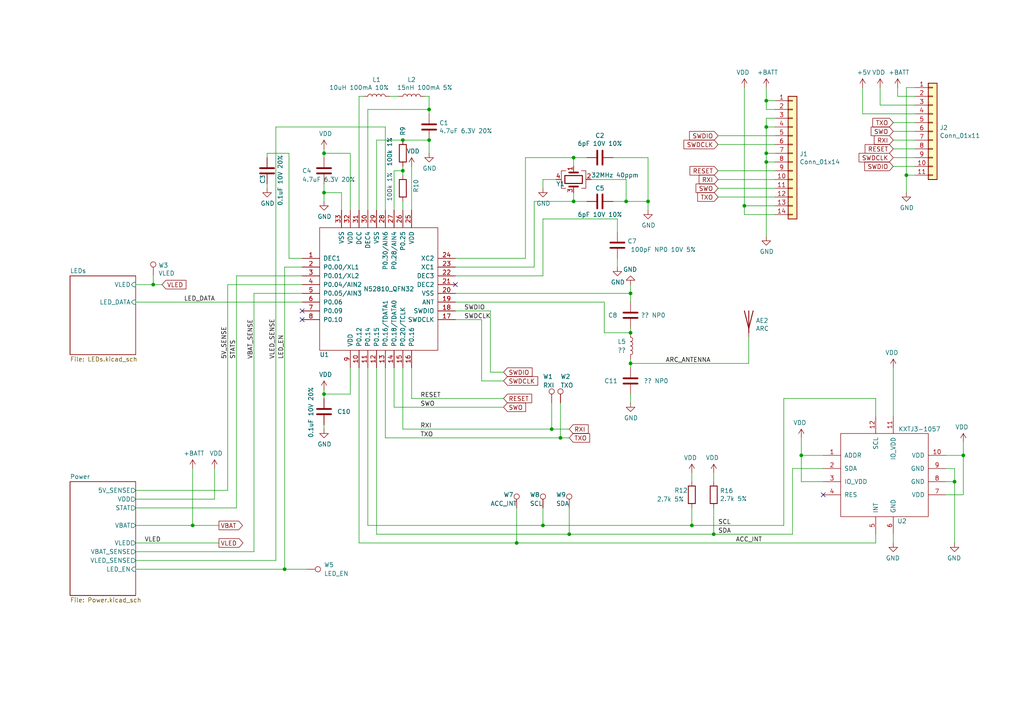
<source format=kicad_sch>
(kicad_sch (version 20211123) (generator eeschema)
  (paper "A4")
  (title_block (title "Pixels D20 Schematic, Main") (date "2021-06-23") (rev "2") (company "Systemic Games, LLC"))
  (lib_symbols
    (symbol "Connector_Generic:Conn_01x11" (pin_names (offset 1.016) hide)
      (property "Reference" "J" (at 0 15.24 0))
      (property "Value" "Conn_01x11" (at 0 -15.24 0))
      (symbol "Conn_01x11_1_1"
        (rectangle (start -1.27 -12.573) (end 0 -12.827) (stroke (width 0.1524)))
        (rectangle (start -1.27 -10.033) (end 0 -10.287) (stroke (width 0.1524)))
        (rectangle (start -1.27 -7.493) (end 0 -7.747) (stroke (width 0.1524)))
        (rectangle (start -1.27 -4.953) (end 0 -5.207) (stroke (width 0.1524)))
        (rectangle (start -1.27 -2.413) (end 0 -2.667) (stroke (width 0.1524)))
        (rectangle (start -1.27 0.127) (end 0 -0.127) (stroke (width 0.1524)))
        (rectangle (start -1.27 2.667) (end 0 2.413) (stroke (width 0.1524)))
        (rectangle (start -1.27 5.207) (end 0 4.953) (stroke (width 0.1524)))
        (rectangle (start -1.27 7.747) (end 0 7.493) (stroke (width 0.1524)))
        (rectangle (start -1.27 10.287) (end 0 10.033) (stroke (width 0.1524)))
        (rectangle (start -1.27 12.827) (end 0 12.573) (stroke (width 0.1524)))
        (rectangle (start -1.27 13.97) (end 1.27 -13.97) (stroke (width 0.254)) (fill (type background)))
        (pin passive line (at -5.08 12.7 0) (length 3.81) (name "Pin_1") (number "1"))
        (pin passive line (at -5.08 -10.16 0) (length 3.81) (name "Pin_10") (number "10"))
        (pin passive line (at -5.08 -12.7 0) (length 3.81) (name "Pin_11") (number "11"))
        (pin passive line (at -5.08 10.16 0) (length 3.81) (name "Pin_2") (number "2"))
        (pin passive line (at -5.08 7.62 0) (length 3.81) (name "Pin_3") (number "3"))
        (pin passive line (at -5.08 5.08 0) (length 3.81) (name "Pin_4") (number "4"))
        (pin passive line (at -5.08 2.54 0) (length 3.81) (name "Pin_5") (number "5"))
        (pin passive line (at -5.08 0 0) (length 3.81) (name "Pin_6") (number "6"))
        (pin passive line (at -5.08 -2.54 0) (length 3.81) (name "Pin_7") (number "7"))
        (pin passive line (at -5.08 -5.08 0) (length 3.81) (name "Pin_8") (number "8"))
        (pin passive line (at -5.08 -7.62 0) (length 3.81) (name "Pin_9") (number "9"))
      )
    )
    (symbol "Connector_Generic:Conn_01x14" (pin_names (offset 1.016) hide)
      (property "Reference" "J" (at 0 17.78 0))
      (property "Value" "Conn_01x14" (at 0 -20.32 0))
      (symbol "Conn_01x14_1_1"
        (rectangle (start -1.27 -17.653) (end 0 -17.907) (stroke (width 0.1524)))
        (rectangle (start -1.27 -15.113) (end 0 -15.367) (stroke (width 0.1524)))
        (rectangle (start -1.27 -12.573) (end 0 -12.827) (stroke (width 0.1524)))
        (rectangle (start -1.27 -10.033) (end 0 -10.287) (stroke (width 0.1524)))
        (rectangle (start -1.27 -7.493) (end 0 -7.747) (stroke (width 0.1524)))
        (rectangle (start -1.27 -4.953) (end 0 -5.207) (stroke (width 0.1524)))
        (rectangle (start -1.27 -2.413) (end 0 -2.667) (stroke (width 0.1524)))
        (rectangle (start -1.27 0.127) (end 0 -0.127) (stroke (width 0.1524)))
        (rectangle (start -1.27 2.667) (end 0 2.413) (stroke (width 0.1524)))
        (rectangle (start -1.27 5.207) (end 0 4.953) (stroke (width 0.1524)))
        (rectangle (start -1.27 7.747) (end 0 7.493) (stroke (width 0.1524)))
        (rectangle (start -1.27 10.287) (end 0 10.033) (stroke (width 0.1524)))
        (rectangle (start -1.27 12.827) (end 0 12.573) (stroke (width 0.1524)))
        (rectangle (start -1.27 15.367) (end 0 15.113) (stroke (width 0.1524)))
        (rectangle (start -1.27 16.51) (end 1.27 -19.05) (stroke (width 0.254)) (fill (type background)))
        (pin passive line (at -5.08 15.24 0) (length 3.81) (name "Pin_1") (number "1"))
        (pin passive line (at -5.08 -7.62 0) (length 3.81) (name "Pin_10") (number "10"))
        (pin passive line (at -5.08 -10.16 0) (length 3.81) (name "Pin_11") (number "11"))
        (pin passive line (at -5.08 -12.7 0) (length 3.81) (name "Pin_12") (number "12"))
        (pin passive line (at -5.08 -15.24 0) (length 3.81) (name "Pin_13") (number "13"))
        (pin passive line (at -5.08 -17.78 0) (length 3.81) (name "Pin_14") (number "14"))
        (pin passive line (at -5.08 12.7 0) (length 3.81) (name "Pin_2") (number "2"))
        (pin passive line (at -5.08 10.16 0) (length 3.81) (name "Pin_3") (number "3"))
        (pin passive line (at -5.08 7.62 0) (length 3.81) (name "Pin_4") (number "4"))
        (pin passive line (at -5.08 5.08 0) (length 3.81) (name "Pin_5") (number "5"))
        (pin passive line (at -5.08 2.54 0) (length 3.81) (name "Pin_6") (number "6"))
        (pin passive line (at -5.08 0 0) (length 3.81) (name "Pin_7") (number "7"))
        (pin passive line (at -5.08 -2.54 0) (length 3.81) (name "Pin_8") (number "8"))
        (pin passive line (at -5.08 -5.08 0) (length 3.81) (name "Pin_9") (number "9"))
      )
    )
    (symbol "Device:Antenna" (pin_numbers hide) (pin_names (offset 1.016) hide)
      (property "Reference" "AE" (at -1.905 1.905 0))
      (property "Value" "Antenna" (at -1.905 0 0))
      (symbol "Antenna_0_1"
        (polyline (pts (xy 0 2.54) (xy 0 -3.81)) (stroke (width 0.254)))
        (polyline (pts (xy 1.27 2.54) (xy 0 -2.54) (xy -1.27 2.54)) (stroke (width 0.254)))
      )
      (symbol "Antenna_1_1"
        (pin input line (at 0 -5.08 90) (length 2.54) (name "A") (number "1"))
      )
    )
    (symbol "Device:C" (pin_numbers hide) (pin_names (offset 0.254))
      (property "Reference" "C" (at 0.635 2.54 0))
      (property "Value" "C" (at 0.635 -2.54 0))
      (symbol "C_0_1"
        (polyline (pts (xy -2.032 -0.762) (xy 2.032 -0.762)) (stroke (width 0.508)))
        (polyline (pts (xy -2.032 0.762) (xy 2.032 0.762)) (stroke (width 0.508)))
      )
      (symbol "C_1_1"
        (pin passive line (at 0 3.81 270) (length 2.794) (name "~") (number "1"))
        (pin passive line (at 0 -3.81 90) (length 2.794) (name "~") (number "2"))
      )
    )
    (symbol "Device:Crystal_GND24" (pin_names (offset 1.016) hide)
      (property "Reference" "Y" (at 3.175 5.08 0))
      (property "Value" "Crystal_GND24" (at 3.175 3.175 0))
      (symbol "Crystal_GND24_0_1"
        (rectangle (start -1.143 2.54) (end 1.143 -2.54) (stroke (width 0.3048)))
        (polyline (pts (xy -2.54 0) (xy -2.032 0)))
        (polyline (pts (xy -2.032 -1.27) (xy -2.032 1.27)) (stroke (width 0.508)))
        (polyline (pts (xy 0 -3.81) (xy 0 -3.556)))
        (polyline (pts (xy 0 3.556) (xy 0 3.81)))
        (polyline (pts (xy 2.032 -1.27) (xy 2.032 1.27)) (stroke (width 0.508)))
        (polyline (pts (xy 2.032 0) (xy 2.54 0)))
        (polyline (pts (xy -2.54 -2.286) (xy -2.54 -3.556) (xy 2.54 -3.556) (xy 2.54 -2.286)))
        (polyline (pts (xy -2.54 2.286) (xy -2.54 3.556) (xy 2.54 3.556) (xy 2.54 2.286)))
      )
      (symbol "Crystal_GND24_1_1"
        (pin passive line (at -3.81 0 0) (length 1.27) (name "1") (number "1"))
        (pin passive line (at 0 5.08 270) (length 1.27) (name "2") (number "2"))
        (pin passive line (at 3.81 0 180) (length 1.27) (name "3") (number "3"))
        (pin passive line (at 0 -5.08 90) (length 1.27) (name "4") (number "4"))
      )
    )
    (symbol "Device:L" (pin_numbers hide) (pin_names (offset 1.016) hide)
      (property "Reference" "L" (at -1.27 0 90))
      (property "Value" "L" (at 1.905 0 90))
      (symbol "L_0_1"
        (arc (start 0 -2.54) (mid 0.635 -1.905) (end 0 -1.27))
        (arc (start 0 -1.27) (mid 0.635 -0.635) (end 0 0))
        (arc (start 0 0) (mid 0.635 0.635) (end 0 1.27))
        (arc (start 0 1.27) (mid 0.635 1.905) (end 0 2.54))
      )
      (symbol "L_1_1"
        (pin passive line (at 0 3.81 270) (length 1.27) (name "1") (number "1"))
        (pin passive line (at 0 -3.81 90) (length 1.27) (name "2") (number "2"))
      )
    )
    (symbol "Device:R" (pin_numbers hide) (pin_names (offset 0))
      (property "Reference" "R" (at 2.032 0 90))
      (property "Value" "R" (at 0 0 90))
      (symbol "R_0_1"
        (rectangle (start -1.016 -2.54) (end 1.016 2.54) (stroke (width 0.254)))
      )
      (symbol "R_1_1"
        (pin passive line (at 0 3.81 270) (length 1.27) (name "~") (number "1"))
        (pin passive line (at 0 -3.81 90) (length 1.27) (name "~") (number "2"))
      )
    )
    (symbol "Pixels-dice:KXTJ3-1057" (pin_names (offset 1.016))
      (property "Reference" "U" (at 10.16 -12.7 0))
      (property "Value" "KXTJ3-1057" (at 8.89 13.97 0))
      (symbol "KXTJ3-1057_0_1"
        (rectangle (start -12.7 12.7) (end 12.7 -11.43))
      )
      (symbol "KXTJ3-1057_1_1"
        (pin input line (at -17.78 6.35 0) (length 5.08) (name "ADDR") (number "1"))
        (pin power_in line (at 17.78 6.35 180) (length 5.08) (name "VDD") (number "10"))
        (pin power_in line (at 2.54 17.78 270) (length 5.08) (name "IO_VDD") (number "11"))
        (pin input line (at -2.54 17.78 270) (length 5.08) (name "SCL") (number "12"))
        (pin bidirectional line (at -17.78 2.54 0) (length 5.08) (name "SDA") (number "2"))
        (pin power_in line (at -17.78 -1.27 0) (length 5.08) (name "IO_VDD") (number "3"))
        (pin passive line (at -17.78 -5.08 0) (length 5.08) (name "RES") (number "4"))
        (pin output line (at -2.54 -16.51 90) (length 5.08) (name "INT") (number "5"))
        (pin power_in line (at 2.54 -16.51 90) (length 5.08) (name "GND") (number "6"))
        (pin power_in line (at 17.78 -5.08 180) (length 5.08) (name "VDD") (number "7"))
        (pin power_in line (at 17.78 -1.27 180) (length 5.08) (name "GND") (number "8"))
        (pin power_in line (at 17.78 2.54 180) (length 5.08) (name "GND") (number "9"))
      )
    )
    (symbol "Pixels-dice:N52810_QFN32" (pin_names (offset 1.016))
      (property "Reference" "U" (at 13.97 -19.05 0))
      (property "Value" "N52810_QFN32" (at 2.54 0 0))
      (symbol "N52810_QFN32_0_1"
        (rectangle (start -17.78 17.78) (end 16.51 -17.78))
      )
      (symbol "N52810_QFN32_1_1"
        (pin power_out line (at -22.86 8.89 0) (length 5.08) (name "DEC1") (number "1"))
        (pin bidirectional line (at -6.35 -22.86 90) (length 5.08) (name "P0.12") (number "10"))
        (pin bidirectional line (at -3.81 -22.86 90) (length 5.08) (name "P0.14") (number "11"))
        (pin bidirectional line (at -1.27 -22.86 90) (length 5.08) (name "P0.15") (number "12"))
        (pin bidirectional line (at 1.27 -22.86 90) (length 5.08) (name "P0.16/TDATA1") (number "13"))
        (pin bidirectional line (at 3.81 -22.86 90) (length 5.08) (name "P0.18/TDATA0") (number "14"))
        (pin bidirectional line (at 6.35 -22.86 90) (length 5.08) (name "P0.20/TCLK") (number "15"))
        (pin bidirectional line (at 8.89 -22.86 90) (length 5.08) (name "P0.16") (number "16"))
        (pin bidirectional line (at 21.59 -8.89 180) (length 5.08) (name "SWDCLK") (number "17"))
        (pin bidirectional line (at 21.59 -6.35 180) (length 5.08) (name "SWDIO") (number "18"))
        (pin output line (at 21.59 -3.81 180) (length 5.08) (name "ANT") (number "19"))
        (pin bidirectional line (at -22.86 6.35 0) (length 5.08) (name "P0.00/XL1") (number "2"))
        (pin output line (at 21.59 -1.27 180) (length 5.08) (name "VSS") (number "20"))
        (pin output line (at 21.59 1.27 180) (length 5.08) (name "DEC2") (number "21"))
        (pin output line (at 21.59 3.81 180) (length 5.08) (name "DEC3") (number "22"))
        (pin output line (at 21.59 6.35 180) (length 5.08) (name "XC1") (number "23"))
        (pin input line (at 21.59 8.89 180) (length 5.08) (name "XC2") (number "24"))
        (pin power_in line (at 8.89 22.86 270) (length 5.08) (name "VDD") (number "25"))
        (pin bidirectional line (at 6.35 22.86 270) (length 5.08) (name "P0.25") (number "26"))
        (pin bidirectional line (at 3.81 22.86 270) (length 5.08) (name "P0.28/AIN4") (number "27"))
        (pin bidirectional line (at 1.27 22.86 270) (length 5.08) (name "P0.30/AIN6") (number "28"))
        (pin power_in line (at -1.27 22.86 270) (length 5.08) (name "VSS") (number "29"))
        (pin bidirectional line (at -22.86 3.81 0) (length 5.08) (name "P0.01/XL2") (number "3"))
        (pin output line (at -3.81 22.86 270) (length 5.08) (name "DEC4") (number "30"))
        (pin output line (at -6.35 22.86 270) (length 5.08) (name "DCC") (number "31"))
        (pin power_in line (at -8.89 22.86 270) (length 5.08) (name "VDD") (number "32"))
        (pin power_in line (at -11.43 22.86 270) (length 5.08) (name "VSS") (number "33"))
        (pin bidirectional line (at -22.86 1.27 0) (length 5.08) (name "P0.04/AIN2") (number "4"))
        (pin bidirectional line (at -22.86 -1.27 0) (length 5.08) (name "P0.05/AIN3") (number "5"))
        (pin bidirectional line (at -22.86 -3.81 0) (length 5.08) (name "P0.06") (number "6"))
        (pin bidirectional line (at -22.86 -6.35 0) (length 5.08) (name "P0.09") (number "7"))
        (pin bidirectional line (at -22.86 -8.89 0) (length 5.08) (name "P0.10") (number "8"))
        (pin power_in line (at -8.89 -22.86 90) (length 5.08) (name "VDD") (number "9"))
      )
    )
    (symbol "Pixels-dice:TEST_1P-conn" (pin_numbers hide) (pin_names (offset 0.762) hide)
      (property "Reference" "W" (at 0 6.858 0))
      (property "Value" "TEST_1P-conn" (at 0 5.08 0))
      (symbol "TEST_1P-conn_0_1"
        (circle (center 0 3.302) (radius 0.762))
      )
      (symbol "TEST_1P-conn_1_1"
        (pin passive line (at 0 0 90) (length 2.54) (name "1") (number "1"))
      )
    )
    (symbol "power:+5V" (power) (pin_names (offset 0))
      (property "Value" "+5V" (at 0 3.556 0))
      (symbol "+5V_0_1"
        (polyline (pts (xy -0.762 1.27) (xy 0 2.54)))
        (polyline (pts (xy 0 0) (xy 0 2.54)))
        (polyline (pts (xy 0 2.54) (xy 0.762 1.27)))
      )
      (symbol "+5V_1_1"
        (pin power_in line (at 0 0 90) (length 0) hide (name "+5V") (number "1"))
      )
    )
    (symbol "power:+BATT" (power) (pin_names (offset 0))
      (property "Value" "+BATT" (at 0 3.556 0))
      (symbol "+BATT_0_1"
        (polyline (pts (xy -0.762 1.27) (xy 0 2.54)))
        (polyline (pts (xy 0 0) (xy 0 2.54)))
        (polyline (pts (xy 0 2.54) (xy 0.762 1.27)))
      )
      (symbol "+BATT_1_1"
        (pin power_in line (at 0 0 90) (length 0) hide (name "+BATT") (number "1"))
      )
    )
    (symbol "power:GND" (power) (pin_names (offset 0))
      (property "Value" "GND" (at 0 -3.81 0))
      (symbol "GND_0_1"
        (polyline (pts (xy 0 0) (xy 0 -1.27) (xy 1.27 -1.27) (xy 0 -2.54) (xy -1.27 -1.27) (xy 0 -1.27)))
      )
      (symbol "GND_1_1"
        (pin power_in line (at 0 0 270) (length 0) hide (name "GND") (number "1"))
      )
    )
    (symbol "power:VDD" (power) (pin_names (offset 0))
      (property "Value" "VDD" (at 0 3.81 0))
      (symbol "VDD_0_1"
        (polyline (pts (xy -0.762 1.27) (xy 0 2.54)))
        (polyline (pts (xy 0 0) (xy 0 2.54)))
        (polyline (pts (xy 0 2.54) (xy 0.762 1.27)))
      )
      (symbol "VDD_1_1"
        (pin power_in line (at 0 0 90) (length 0) hide (name "VDD") (number "1"))
      )
    )
  )
  (junction (at 279.4 132.08))
  (junction (at 182.88 96.52))
  (junction (at 181.61 58.42))
  (junction (at 276.86 139.7))
  (junction (at 93.98 55.88))
  (junction (at 93.98 44.45))
  (junction (at 124.46 40.64))
  (junction (at 116.84 49.53))
  (junction (at 262.89 50.8))
  (junction (at 166.37 58.42))
  (junction (at 149.86 157.48))
  (junction (at 165.1 154.94))
  (junction (at 207.01 154.94))
  (junction (at 222.25 36.83))
  (junction (at 93.98 114.3))
  (junction (at 44.45 82.55))
  (junction (at 124.46 31.75))
  (junction (at 182.88 85.09))
  (junction (at 182.88 105.41))
  (junction (at 55.88 152.4))
  (junction (at 82.55 165.1))
  (junction (at 222.25 44.45))
  (junction (at 116.84 40.64))
  (junction (at 222.25 29.21))
  (junction (at 187.96 58.42))
  (junction (at 222.25 46.99))
  (junction (at 162.56 127))
  (junction (at 232.41 132.08))
  (junction (at 215.9 59.69))
  (junction (at 157.48 152.4))
  (junction (at 160.02 124.46))
  (junction (at 200.66 152.4))
  (junction (at 166.37 45.72))
  (no_connect (at 87.63 92.71))
  (no_connect (at 132.08 82.55))
  (no_connect (at 87.63 90.17))
  (no_connect (at 238.76 143.51))
  (wire (pts (xy 99.06 55.88) (xy 93.98 55.88)))
  (wire (pts (xy 99.06 60.96) (xy 99.06 55.88)))
  (wire (pts (xy 222.25 34.29) (xy 222.25 36.83)))
  (wire (pts (xy 207.01 137.16) (xy 207.01 139.7)))
  (wire (pts (xy 149.86 147.32) (xy 149.86 157.48)))
  (wire (pts (xy 109.22 40.64) (xy 109.22 60.96)))
  (wire (pts (xy 181.61 52.07) (xy 181.61 58.42)))
  (wire (pts (xy 250.19 25.4) (xy 250.19 33.02)))
  (wire (pts (xy 68.58 80.01) (xy 68.58 147.32)))
  (wire (pts (xy 154.94 77.47) (xy 154.94 58.42)))
  (wire (pts (xy 93.98 44.45) (xy 93.98 45.72)))
  (wire (pts (xy 232.41 139.7) (xy 232.41 132.08)))
  (wire (pts (xy 279.4 143.51) (xy 274.32 143.51)))
  (wire (pts (xy 101.6 44.45) (xy 93.98 44.45)))
  (wire (pts (xy 177.8 58.42) (xy 181.61 58.42)))
  (wire (pts (xy 157.48 80.01) (xy 132.08 80.01)))
  (wire (pts (xy 139.7 110.49) (xy 146.05 110.49)))
  (wire (pts (xy 132.08 74.93) (xy 152.4 74.93)))
  (wire (pts (xy 238.76 135.89) (xy 229.87 135.89)))
  (wire (pts (xy 44.45 80.01) (xy 44.45 82.55)))
  (wire (pts (xy 207.01 147.32) (xy 207.01 154.94)))
  (wire (pts (xy 187.96 45.72) (xy 187.96 58.42)))
  (wire (pts (xy 224.79 46.99) (xy 222.25 46.99)))
  (wire (pts (xy 160.02 124.46) (xy 165.1 124.46)))
  (wire (pts (xy 166.37 45.72) (xy 170.18 45.72)))
  (wire (pts (xy 259.08 154.94) (xy 259.08 157.48)))
  (wire (pts (xy 39.37 147.32) (xy 68.58 147.32)))
  (wire (pts (xy 255.27 30.48) (xy 265.43 30.48)))
  (wire (pts (xy 132.08 87.63) (xy 175.26 87.63)))
  (wire (pts (xy 208.28 41.91) (xy 224.79 41.91)))
  (wire (pts (xy 39.37 157.48) (xy 63.5 157.48)))
  (wire (pts (xy 215.9 59.69) (xy 215.9 62.23)))
  (wire (pts (xy 116.84 124.46) (xy 116.84 106.68)))
  (wire (pts (xy 162.56 127) (xy 165.1 127)))
  (wire (pts (xy 260.35 25.4) (xy 260.35 27.94)))
  (wire (pts (xy 80.01 36.83) (xy 111.76 36.83)))
  (wire (pts (xy 111.76 36.83) (xy 111.76 60.96)))
  (wire (pts (xy 262.89 25.4) (xy 262.89 50.8)))
  (wire (pts (xy 124.46 40.64) (xy 124.46 44.45)))
  (wire (pts (xy 39.37 142.24) (xy 66.04 142.24)))
  (wire (pts (xy 93.98 114.3) (xy 93.98 115.57)))
  (wire (pts (xy 132.08 85.09) (xy 182.88 85.09)))
  (wire (pts (xy 259.08 40.64) (xy 265.43 40.64)))
  (wire (pts (xy 149.86 157.48) (xy 254 157.48)))
  (wire (pts (xy 66.04 82.55) (xy 66.04 142.24)))
  (wire (pts (xy 224.79 59.69) (xy 215.9 59.69)))
  (wire (pts (xy 274.32 139.7) (xy 276.86 139.7)))
  (wire (pts (xy 175.26 96.52) (xy 182.88 96.52)))
  (wire (pts (xy 152.4 74.93) (xy 152.4 45.72)))
  (wire (pts (xy 217.17 105.41) (xy 217.17 97.79)))
  (wire (pts (xy 106.68 106.68) (xy 106.68 152.4)))
  (wire (pts (xy 182.88 104.14) (xy 182.88 105.41)))
  (wire (pts (xy 132.08 90.17) (xy 142.24 90.17)))
  (wire (pts (xy 114.3 106.68) (xy 114.3 118.11)))
  (wire (pts (xy 101.6 60.96) (xy 101.6 44.45)))
  (wire (pts (xy 254 120.65) (xy 254 115.57)))
  (wire (pts (xy 44.45 82.55) (xy 46.99 82.55)))
  (wire (pts (xy 222.25 31.75) (xy 224.79 31.75)))
  (wire (pts (xy 93.98 114.3) (xy 93.98 113.03)))
  (wire (pts (xy 142.24 107.95) (xy 146.05 107.95)))
  (wire (pts (xy 222.25 29.21) (xy 222.25 31.75)))
  (wire (pts (xy 161.29 52.07) (xy 157.48 52.07)))
  (wire (pts (xy 160.02 116.84) (xy 160.02 124.46)))
  (wire (pts (xy 259.08 45.72) (xy 265.43 45.72)))
  (wire (pts (xy 222.25 44.45) (xy 222.25 46.99)))
  (wire (pts (xy 124.46 31.75) (xy 124.46 33.02)))
  (wire (pts (xy 62.23 144.78) (xy 62.23 135.89)))
  (wire (pts (xy 104.14 60.96) (xy 104.14 27.94)))
  (wire (pts (xy 114.3 60.96) (xy 114.3 49.53)))
  (wire (pts (xy 39.37 87.63) (xy 87.63 87.63)))
  (wire (pts (xy 123.19 27.94) (xy 124.46 27.94)))
  (wire (pts (xy 124.46 31.75) (xy 106.68 31.75)))
  (wire (pts (xy 165.1 154.94) (xy 207.01 154.94)))
  (wire (pts (xy 208.28 49.53) (xy 224.79 49.53)))
  (wire (pts (xy 232.41 132.08) (xy 238.76 132.08)))
  (wire (pts (xy 177.8 45.72) (xy 187.96 45.72)))
  (wire (pts (xy 222.25 36.83) (xy 222.25 44.45)))
  (wire (pts (xy 39.37 82.55) (xy 44.45 82.55)))
  (wire (pts (xy 274.32 135.89) (xy 276.86 135.89)))
  (wire (pts (xy 279.4 132.08) (xy 279.4 143.51)))
  (wire (pts (xy 114.3 49.53) (xy 116.84 49.53)))
  (wire (pts (xy 154.94 58.42) (xy 166.37 58.42)))
  (wire (pts (xy 232.41 132.08) (xy 232.41 127)))
  (wire (pts (xy 101.6 114.3) (xy 93.98 114.3)))
  (wire (pts (xy 111.76 127) (xy 162.56 127)))
  (wire (pts (xy 227.33 115.57) (xy 227.33 152.4)))
  (wire (pts (xy 276.86 139.7) (xy 276.86 157.48)))
  (wire (pts (xy 82.55 77.47) (xy 82.55 165.1)))
  (wire (pts (xy 200.66 137.16) (xy 200.66 139.7)))
  (wire (pts (xy 88.9 165.1) (xy 82.55 165.1)))
  (wire (pts (xy 222.25 34.29) (xy 224.79 34.29)))
  (wire (pts (xy 166.37 58.42) (xy 170.18 58.42)))
  (wire (pts (xy 215.9 62.23) (xy 224.79 62.23)))
  (wire (pts (xy 222.25 46.99) (xy 222.25 68.58)))
  (wire (pts (xy 182.88 82.55) (xy 182.88 85.09)))
  (wire (pts (xy 116.84 124.46) (xy 160.02 124.46)))
  (wire (pts (xy 179.07 63.5) (xy 179.07 67.31)))
  (wire (pts (xy 262.89 55.88) (xy 262.89 50.8)))
  (wire (pts (xy 259.08 48.26) (xy 265.43 48.26)))
  (wire (pts (xy 119.38 106.68) (xy 119.38 115.57)))
  (wire (pts (xy 208.28 57.15) (xy 224.79 57.15)))
  (wire (pts (xy 157.48 152.4) (xy 200.66 152.4)))
  (wire (pts (xy 152.4 45.72) (xy 166.37 45.72)))
  (wire (pts (xy 39.37 144.78) (xy 62.23 144.78)))
  (wire (pts (xy 259.08 38.1) (xy 265.43 38.1)))
  (wire (pts (xy 39.37 160.02) (xy 73.66 160.02)))
  (wire (pts (xy 124.46 27.94) (xy 124.46 31.75)))
  (wire (pts (xy 82.55 77.47) (xy 87.63 77.47)))
  (wire (pts (xy 200.66 152.4) (xy 227.33 152.4)))
  (wire (pts (xy 109.22 154.94) (xy 165.1 154.94)))
  (wire (pts (xy 119.38 48.26) (xy 119.38 60.96)))
  (wire (pts (xy 82.55 165.1) (xy 39.37 165.1)))
  (wire (pts (xy 208.28 54.61) (xy 224.79 54.61)))
  (wire (pts (xy 87.63 82.55) (xy 66.04 82.55)))
  (wire (pts (xy 116.84 58.42) (xy 116.84 60.96)))
  (wire (pts (xy 182.88 105.41) (xy 182.88 106.68)))
  (wire (pts (xy 116.84 40.64) (xy 124.46 40.64)))
  (wire (pts (xy 104.14 27.94) (xy 105.41 27.94)))
  (wire (pts (xy 250.19 33.02) (xy 265.43 33.02)))
  (wire (pts (xy 260.35 27.94) (xy 265.43 27.94)))
  (wire (pts (xy 87.63 80.01) (xy 68.58 80.01)))
  (wire (pts (xy 104.14 157.48) (xy 149.86 157.48)))
  (wire (pts (xy 139.7 92.71) (xy 139.7 110.49)))
  (wire (pts (xy 39.37 162.56) (xy 80.01 162.56)))
  (wire (pts (xy 171.45 52.07) (xy 181.61 52.07)))
  (wire (pts (xy 93.98 44.45) (xy 93.98 43.18)))
  (wire (pts (xy 93.98 55.88) (xy 93.98 58.42)))
  (wire (pts (xy 175.26 87.63) (xy 175.26 96.52)))
  (wire (pts (xy 132.08 92.71) (xy 139.7 92.71)))
  (wire (pts (xy 165.1 147.32) (xy 165.1 154.94)))
  (wire (pts (xy 229.87 135.89) (xy 229.87 154.94)))
  (wire (pts (xy 224.79 44.45) (xy 222.25 44.45)))
  (wire (pts (xy 77.47 53.34) (xy 77.47 54.61)))
  (wire (pts (xy 146.05 115.57) (xy 119.38 115.57)))
  (wire (pts (xy 265.43 25.4) (xy 262.89 25.4)))
  (wire (pts (xy 116.84 49.53) (xy 116.84 50.8)))
  (wire (pts (xy 222.25 25.4) (xy 222.25 29.21)))
  (wire (pts (xy 162.56 116.84) (xy 162.56 127)))
  (wire (pts (xy 157.48 147.32) (xy 157.48 152.4)))
  (wire (pts (xy 83.82 44.45) (xy 77.47 44.45)))
  (wire (pts (xy 182.88 95.25) (xy 182.88 96.52)))
  (wire (pts (xy 182.88 105.41) (xy 217.17 105.41)))
  (wire (pts (xy 142.24 90.17) (xy 142.24 107.95)))
  (wire (pts (xy 109.22 40.64) (xy 116.84 40.64)))
  (wire (pts (xy 279.4 128.27) (xy 279.4 132.08)))
  (wire (pts (xy 87.63 74.93) (xy 83.82 74.93)))
  (wire (pts (xy 93.98 53.34) (xy 93.98 55.88)))
  (wire (pts (xy 157.48 63.5) (xy 157.48 80.01)))
  (wire (pts (xy 254 154.94) (xy 254 157.48)))
  (wire (pts (xy 106.68 31.75) (xy 106.68 60.96)))
  (wire (pts (xy 73.66 85.09) (xy 73.66 160.02)))
  (wire (pts (xy 181.61 58.42) (xy 187.96 58.42)))
  (wire (pts (xy 83.82 74.93) (xy 83.82 44.45)))
  (wire (pts (xy 259.08 43.18) (xy 265.43 43.18)))
  (wire (pts (xy 207.01 154.94) (xy 229.87 154.94)))
  (wire (pts (xy 255.27 25.4) (xy 255.27 30.48)))
  (wire (pts (xy 116.84 48.26) (xy 116.84 49.53)))
  (wire (pts (xy 259.08 35.56) (xy 265.43 35.56)))
  (wire (pts (xy 80.01 36.83) (xy 80.01 162.56)))
  (wire (pts (xy 39.37 152.4) (xy 55.88 152.4)))
  (wire (pts (xy 182.88 85.09) (xy 182.88 87.63)))
  (wire (pts (xy 104.14 106.68) (xy 104.14 157.48)))
  (wire (pts (xy 179.07 74.93) (xy 179.07 77.47)))
  (wire (pts (xy 157.48 52.07) (xy 157.48 54.61)))
  (wire (pts (xy 113.03 27.94) (xy 115.57 27.94)))
  (wire (pts (xy 187.96 58.42) (xy 187.96 60.96)))
  (wire (pts (xy 166.37 55.88) (xy 166.37 58.42)))
  (wire (pts (xy 208.28 39.37) (xy 224.79 39.37)))
  (wire (pts (xy 166.37 48.26) (xy 166.37 45.72)))
  (wire (pts (xy 279.4 132.08) (xy 274.32 132.08)))
  (wire (pts (xy 254 115.57) (xy 227.33 115.57)))
  (wire (pts (xy 179.07 63.5) (xy 157.48 63.5)))
  (wire (pts (xy 238.76 139.7) (xy 232.41 139.7)))
  (wire (pts (xy 146.05 118.11) (xy 114.3 118.11)))
  (wire (pts (xy 262.89 50.8) (xy 265.43 50.8)))
  (wire (pts (xy 77.47 44.45) (xy 77.47 45.72)))
  (wire (pts (xy 55.88 152.4) (xy 63.5 152.4)))
  (wire (pts (xy 224.79 36.83) (xy 222.25 36.83)))
  (wire (pts (xy 111.76 127) (xy 111.76 106.68)))
  (wire (pts (xy 109.22 106.68) (xy 109.22 154.94)))
  (wire (pts (xy 215.9 25.4) (xy 215.9 59.69)))
  (wire (pts (xy 276.86 135.89) (xy 276.86 139.7)))
  (wire (pts (xy 259.08 106.68) (xy 259.08 120.65)))
  (wire (pts (xy 182.88 114.3) (xy 182.88 116.84)))
  (wire (pts (xy 222.25 29.21) (xy 224.79 29.21)))
  (wire (pts (xy 132.08 77.47) (xy 154.94 77.47)))
  (wire (pts (xy 200.66 147.32) (xy 200.66 152.4)))
  (wire (pts (xy 101.6 106.68) (xy 101.6 114.3)))
  (wire (pts (xy 55.88 135.89) (xy 55.88 152.4)))
  (wire (pts (xy 87.63 85.09) (xy 73.66 85.09)))
  (wire (pts (xy 208.28 52.07) (xy 224.79 52.07)))
  (wire (pts (xy 106.68 152.4) (xy 157.48 152.4)))
  (wire (pts (xy 93.98 123.19) (xy 93.98 124.46)))
  (label "VLED_SENSE" (at 80.01 104.14 90))
  (label "TXO" (at 121.92 127 0))
  (label "ACC_INT" (at 213.36 157.48 0))
  (label "SWDCLK" (at 134.62 92.71 0))
  (label "VBAT_SENSE" (at 73.66 104.14 90))
  (label "5V_SENSE" (at 66.04 104.14 90))
  (label "SDA" (at 208.28 154.94 0))
  (label "LED_EN" (at 82.55 104.14 90))
  (label "ARC_ANTENNA" (at 193.04 105.41 0))
  (label "RXI" (at 121.92 124.46 0))
  (label "SWDIO" (at 134.62 90.17 0))
  (label "SWO" (at 121.92 118.11 0))
  (label "LED_DATA" (at 53.34 87.63 0))
  (label "RESET" (at 121.92 115.57 0))
  (label "SCL" (at 208.28 152.4 0))
  (label "VLED" (at 41.91 157.48 0))
  (label "STATS" (at 68.58 104.14 90))
  (global_label "TXO" (shape input) (at 165.1 127 0) (property "Intersheet References" "${INTERSHEET_REFS}" (effects hide)))
  (global_label "RXI" (shape input) (at 259.08 40.64 180) (property "Intersheet References" "${INTERSHEET_REFS}" (effects hide)))
  (global_label "VBAT" (shape output) (at 63.5 152.4 0) (property "Intersheet References" "${INTERSHEET_REFS}" (effects hide)))
  (global_label "VLED" (shape input) (at 46.99 82.55 0) (property "Intersheet References" "${INTERSHEET_REFS}" (effects hide)))
  (global_label "VLED" (shape output) (at 63.5 157.48 0) (property "Intersheet References" "${INTERSHEET_REFS}" (effects hide)))
  (global_label "RESET" (shape input) (at 259.08 43.18 180) (property "Intersheet References" "${INTERSHEET_REFS}" (effects hide)))
  (global_label "RESET" (shape input) (at 208.28 49.53 180) (property "Intersheet References" "${INTERSHEET_REFS}" (effects hide)))
  (global_label "SWDIO" (shape input) (at 146.05 107.95 0) (property "Intersheet References" "${INTERSHEET_REFS}" (effects hide)))
  (global_label "RXI" (shape input) (at 208.28 52.07 180) (property "Intersheet References" "${INTERSHEET_REFS}" (effects hide)))
  (global_label "SWDCLK" (shape input) (at 259.08 45.72 180) (property "Intersheet References" "${INTERSHEET_REFS}" (effects hide)))
  (global_label "TXO" (shape input) (at 259.08 35.56 180) (property "Intersheet References" "${INTERSHEET_REFS}" (effects hide)))
  (global_label "SWO" (shape input) (at 146.05 118.11 0) (property "Intersheet References" "${INTERSHEET_REFS}" (effects hide)))
  (global_label "SWDCLK" (shape input) (at 146.05 110.49 0) (property "Intersheet References" "${INTERSHEET_REFS}" (effects hide)))
  (global_label "TXO" (shape input) (at 208.28 57.15 180) (property "Intersheet References" "${INTERSHEET_REFS}" (effects hide)))
  (global_label "RESET" (shape input) (at 146.05 115.57 0) (property "Intersheet References" "${INTERSHEET_REFS}" (effects hide)))
  (global_label "SWDIO" (shape input) (at 259.08 48.26 180) (property "Intersheet References" "${INTERSHEET_REFS}" (effects hide)))
  (global_label "SWO" (shape input) (at 208.28 54.61 180) (property "Intersheet References" "${INTERSHEET_REFS}" (effects hide)))
  (global_label "RXI" (shape input) (at 165.1 124.46 0) (property "Intersheet References" "${INTERSHEET_REFS}" (effects hide)))
  (global_label "SWDCLK" (shape input) (at 208.28 41.91 180) (property "Intersheet References" "${INTERSHEET_REFS}" (effects hide)))
  (global_label "SWO" (shape input) (at 259.08 38.1 180) (property "Intersheet References" "${INTERSHEET_REFS}" (effects hide)))
  (global_label "SWDIO" (shape input) (at 208.28 39.37 180) (property "Intersheet References" "${INTERSHEET_REFS}" (effects hide)))
  (symbol (lib_id "power:GND") (at 93.98 124.46 0) (unit 1)
    (property "Reference" "#PWR016" (effects hide))
    (property "Value" "GND" (at 94.107 128.8542 0))
  )
  (symbol (lib_id "power:VDD") (at 93.98 113.03 0) (unit 1)
    (property "Reference" "#PWR014" (effects hide))
    (property "Value" "VDD" (at 94.4118 108.6358 0))
  )
  (symbol (lib_id "Device:C") (at 93.98 119.38 0) (unit 1)
    (property "Reference" "C10" (at 97.79 119.38 0) (effects (justify left)))
    (property "Value" "0.1uF 10V 20%" (at 90.17 127 90) (effects (justify left)))
    (property "Footprint" "Capacitor_SMD:C_0402_1005Metric" (effects hide))
    (property "Generic OK" "YES" (effects hide))
    (property "Pixels Part Number" "SMD-C005" (effects hide))
    (property "Manufacturer" "Murata" (effects hide))
    (property "Manufacturer Part Number" "GRM155R61H104KE19D" (effects hide))
  )
  (symbol (lib_id "power:GND") (at 93.98 58.42 0) (unit 1)
    (property "Reference" "#PWR08" (effects hide))
    (property "Value" "GND" (at 94.107 62.8142 0))
  )
  (symbol (lib_id "power:VDD") (at 93.98 43.18 0) (unit 1)
    (property "Reference" "#PWR01" (effects hide))
    (property "Value" "VDD" (at 94.4118 38.7858 0))
  )
  (symbol (lib_id "Device:C") (at 93.98 49.53 0) (unit 1)
    (property "Reference" "C4" (at 87.63 49.53 0) (effects (justify left)))
    (property "Value" "4.7uF 6.3V 20%" (at 87.63 52.07 0) (effects (justify left)))
    (property "Footprint" "Capacitor_SMD:C_0402_1005Metric" (effects hide))
    (property "Generic OK" "YES" (effects hide))
    (property "Pixels Part Number" "SMD-C002" (effects hide))
    (property "Manufacturer" "Murata" (effects hide))
    (property "Manufacturer Part Number" "GRM155R60J475ME87D" (effects hide))
  )
  (symbol (lib_id "power:GND") (at 77.47 54.61 0) (unit 1)
    (property "Reference" "#PWR05" (effects hide))
    (property "Value" "GND" (at 77.597 59.0042 0))
  )
  (symbol (lib_id "Device:C") (at 77.47 49.53 0) (unit 1)
    (property "Reference" "C3" (at 76.2 53.34 90) (effects (justify left)))
    (property "Value" "0.1uF 10V 20%" (at 81.28 59.69 90) (effects (justify left)))
    (property "Footprint" "Capacitor_SMD:C_0402_1005Metric" (effects hide))
    (property "Generic OK" "YES" (effects hide))
    (property "Pixels Part Number" "SMD-C005" (effects hide))
    (property "Manufacturer" "Murata" (effects hide))
    (property "Manufacturer Part Number" "GRM155R61H104KE19D" (effects hide))
  )
  (symbol (lib_id "Device:L") (at 109.22 27.94 90) (unit 1)
    (property "Reference" "L1" (at 109.22 23.114 90))
    (property "Value" "10uH 100mA 10%" (at 104.14 25.4 90))
    (property "Footprint" "Inductor_SMD:L_0805_2012Metric" (effects hide))
    (property "Generic OK" "YES" (effects hide))
    (property "Pixels Part Number" "SMD-L001" (effects hide))
    (property "Manufacturer" "Taiyo Yuden" (effects hide))
    (property "Manufacturer Part Number" "LBR2012T100K" (effects hide))
  )
  (symbol (lib_id "Device:L") (at 119.38 27.94 90) (unit 1)
    (property "Reference" "L2" (at 119.38 23.114 90))
    (property "Value" "15nH 100mA 5%" (at 123.19 25.4 90))
    (property "Footprint" "Inductor_SMD:L_0402_1005Metric" (effects hide))
    (property "Generic OK" "YES" (effects hide))
    (property "Pixels Part Number" "SMD-L002" (effects hide))
    (property "Manufacturer" "Taiyo Yuden" (effects hide))
    (property "Manufacturer Part Number" "HK100515NJ-T" (effects hide))
  )
  (symbol (lib_id "Device:C") (at 124.46 36.83 0) (unit 1)
    (property "Reference" "C1" (at 127.381 35.6616 0) (effects (justify left)))
    (property "Value" "4.7uF 6.3V 20%" (at 127.381 37.973 0) (effects (justify left)))
    (property "Footprint" "Capacitor_SMD:C_0402_1005Metric" (effects hide))
    (property "Generic OK" "YES" (effects hide))
    (property "Pixels Part Number" "SMD-C002" (effects hide))
    (property "Manufacturer" "Murata" (effects hide))
    (property "Manufacturer Part Number" "GRM155R60J475ME87D" (effects hide))
  )
  (symbol (lib_id "power:GND") (at 124.46 44.45 0) (unit 1)
    (property "Reference" "#PWR03" (effects hide))
    (property "Value" "GND" (at 124.587 48.8442 0))
  )
  (symbol (lib_id "Device:Crystal_GND24") (at 166.37 52.07 270) (unit 1)
    (property "Reference" "Y1" (at 161.29 53.34 90) (effects (justify left)))
    (property "Value" "32MHz 40ppm" (at 171.45 50.8 90) (effects (justify left)))
    (property "Footprint" "Pixels-dice:Crystal_SMD_2016-4Pin_2.0x1.6mm" (effects hide))
    (property "Generic OK" "YES" (effects hide))
    (property "Manufacturer" "Murata" (effects hide))
    (property "Manufacturer Part Number" "XRCGB32M000F2P00R0" (effects hide))
    (property "Pixels Part Number" "SMD-Y001" (effects hide))
  )
  (symbol (lib_id "Device:C") (at 173.99 45.72 270) (unit 1)
    (property "Reference" "C2" (at 173.99 39.3192 90))
    (property "Value" "6pF 10V 10%" (at 173.99 41.6306 90))
    (property "Footprint" "Capacitor_SMD:C_0402_1005Metric" (effects hide))
    (property "Generic OK" "YES" (effects hide))
    (property "Pixels Part Number" "SMD-C001" (effects hide))
    (property "Manufacturer" "Murata" (effects hide))
    (property "Manufacturer Part Number" "GCM1555C1H6R0DA16D" (effects hide))
  )
  (symbol (lib_id "Device:C") (at 173.99 58.42 270) (unit 1)
    (property "Reference" "C5" (at 173.99 54.61 90))
    (property "Value" "6pF 10V 10%" (at 173.99 62.23 90))
    (property "Footprint" "Capacitor_SMD:C_0402_1005Metric" (effects hide))
    (property "Generic OK" "YES" (effects hide))
    (property "Pixels Part Number" "SMD-C001" (effects hide))
    (property "Manufacturer" "Murata" (effects hide))
    (property "Manufacturer Part Number" "GCM1555C1H6R0DA16D" (effects hide))
  )
  (symbol (lib_id "power:GND") (at 187.96 60.96 0) (unit 1)
    (property "Reference" "#PWR09" (effects hide))
    (property "Value" "GND" (at 188.087 65.3542 0))
  )
  (symbol (lib_id "power:GND") (at 179.07 77.47 0) (unit 1)
    (property "Reference" "#PWR011" (effects hide))
    (property "Value" "GND" (at 179.197 81.8642 0))
  )
  (symbol (lib_id "Device:C") (at 179.07 71.12 0) (unit 1)
    (property "Reference" "C7" (at 181.991 69.9516 0) (effects (justify left)))
    (property "Value" "100pF NP0 10V 5%" (at 182.88 72.39 0) (effects (justify left)))
    (property "Footprint" "Capacitor_SMD:C_0402_1005Metric" (effects hide))
    (property "Generic OK" "YES" (effects hide))
    (property "Pixels Part Number" "SMD-C003" (effects hide))
    (property "Manufacturer" "Kemet" (effects hide))
    (property "Manufacturer Part Number" "C0402C101J5GAC7411" (effects hide))
  )
  (symbol (lib_id "Device:C") (at 182.88 91.44 180) (unit 1)
    (property "Reference" "C8" (at 179.07 91.44 0) (effects (justify left)))
    (property "Value" "?? NP0" (at 193.04 91.44 0) (effects (justify left)))
    (property "Footprint" "Capacitor_SMD:C_0402_1005Metric" (effects hide))
    (property "Generic OK" "YES" (effects hide))
    (property "Pixels Part Number" "SMD-C004" (effects hide))
  )
  (symbol (lib_id "power:GND") (at 182.88 82.55 180) (unit 1)
    (property "Reference" "#PWR012" (effects hide))
    (property "Value" "GND" (at 182.753 78.1558 0))
  )
  (symbol (lib_id "power:GND") (at 157.48 54.61 0) (unit 1)
    (property "Reference" "#PWR06" (effects hide))
    (property "Value" "GND" (at 157.607 59.0042 0))
  )
  (symbol (lib_id "power:VDD") (at 62.23 135.89 0) (unit 1)
    (property "Reference" "#PWR021" (effects hide))
    (property "Value" "VDD" (at 62.6618 131.4958 0))
  )
  (symbol (lib_id "Pixels-dice:TEST_1P-conn") (at 44.45 80.01 0) (unit 1)
    (property "Reference" "W3" (at 45.9232 76.962 0) (effects (justify left)))
    (property "Value" "VLED" (at 45.9232 79.2734 0) (effects (justify left)))
    (property "Footprint" "Pixels-dice:TEST_PIN" (effects hide))
  )
  (symbol (lib_id "Pixels-dice:TEST_1P-conn") (at 160.02 116.84 0) (unit 1)
    (property "Reference" "W1" (at 157.48 109.22 0) (effects (justify left)))
    (property "Value" "RXI" (at 157.48 111.76 0) (effects (justify left)))
    (property "Footprint" "Pixels-dice:TEST_PIN" (effects hide))
  )
  (symbol (lib_id "Pixels-dice:TEST_1P-conn") (at 162.56 116.84 0) (unit 1)
    (property "Reference" "W2" (at 162.56 109.22 0) (effects (justify left)))
    (property "Value" "TXO" (at 162.56 111.76 0) (effects (justify left)))
    (property "Footprint" "Pixels-dice:TEST_PIN" (effects hide))
  )
  (symbol (lib_id "Pixels-dice:TEST_1P-conn") (at 88.9 165.1 270) (unit 1)
    (property "Reference" "W5" (at 93.98 163.83 90) (effects (justify left)))
    (property "Value" "LED_EN" (at 93.98 166.37 90) (effects (justify left)))
    (property "Footprint" "Pixels-dice:TEST_PIN" (effects hide))
  )
  (symbol (lib_id "Pixels-dice:TEST_1P-conn") (at 149.86 147.32 0) (unit 1)
    (property "Reference" "W7" (at 146.05 143.51 0) (effects (justify left)))
    (property "Value" "ACC_INT" (at 142.24 146.05 0) (effects (justify left)))
    (property "Footprint" "Pixels-dice:TEST_PIN" (effects hide))
  )
  (symbol (lib_id "Pixels-dice:TEST_1P-conn") (at 157.48 147.32 0) (unit 1)
    (property "Reference" "W8" (at 153.67 143.51 0) (effects (justify left)))
    (property "Value" "SCL" (at 153.67 146.05 0) (effects (justify left)))
    (property "Footprint" "Pixels-dice:TEST_PIN" (effects hide))
  )
  (symbol (lib_id "Pixels-dice:TEST_1P-conn") (at 165.1 147.32 0) (unit 1)
    (property "Reference" "W9" (at 161.29 143.51 0) (effects (justify left)))
    (property "Value" "SDA" (at 161.29 146.05 0) (effects (justify left)))
    (property "Footprint" "Pixels-dice:TEST_PIN" (effects hide))
  )
  (symbol (lib_id "Pixels-dice:N52810_QFN32") (at 110.49 83.82 0) (unit 1)
    (property "Reference" "U1" (at 92.71 102.87 0) (effects (justify left)))
    (property "Value" "N52810_QFN32" (at 105.41 83.82 0) (effects (justify left)))
    (property "Footprint" "Package_DFN_QFN:QFN-32-1EP_5x5mm_P0.5mm_EP3.1x3.1mm" (effects hide))
    (property "Generic OK" "NO" (effects hide))
    (property "Manufacturer" "Nordic Semiconductor" (effects hide))
    (property "Manufacturer Part Number" "NRF52810-QCAA-R" (effects hide))
    (property "Pixels Part Number" "SMD-U001" (effects hide))
  )
  (symbol (lib_id "power:VDD") (at 119.38 48.26 0) (unit 1)
    (property "Reference" "#PWR04" (effects hide))
    (property "Value" "VDD" (at 119.8118 43.8658 0))
  )
  (symbol (lib_id "Connector_Generic:Conn_01x14") (at 229.87 44.45 0) (unit 1)
    (property "Reference" "J1" (at 231.902 44.6532 0) (effects (justify left)))
    (property "Value" "Conn_01x14" (at 231.902 46.9646 0) (effects (justify left)))
    (property "Footprint" "Pixels-dice:FPC_14" (effects hide))
  )
  (symbol (lib_id "power:+BATT") (at 222.25 25.4 0) (unit 1)
    (property "Reference" "#PWR07" (effects hide))
    (property "Value" "+BATT" (at 222.631 21.0058 0))
  )
  (symbol (lib_id "power:VDD") (at 215.9 25.4 0) (mirror y) (unit 1)
    (property "Reference" "#PWR02" (effects hide))
    (property "Value" "VDD" (at 215.4682 21.0058 0))
  )
  (symbol (lib_id "power:GND") (at 222.25 68.58 0) (unit 1)
    (property "Reference" "#PWR013" (effects hide))
    (property "Value" "GND" (at 222.377 72.9742 0))
  )
  (symbol (lib_id "Device:R") (at 116.84 54.61 0) (unit 1)
    (property "Reference" "R10" (at 120.65 55.88 90) (effects (justify left)))
    (property "Value" "100k 1%" (at 113.03 58.42 90) (effects (justify left)))
    (property "Footprint" "Resistor_SMD:R_0402_1005Metric" (effects hide))
    (property "Generic OK" "YES" (effects hide))
    (property "Pixels Part Number" "SMD-R006" (effects hide))
    (property "Manufacturer" "Vishay" (effects hide))
    (property "Manufacturer Part Number" "CRCW0402100KFKEDC" (effects hide))
  )
  (symbol (lib_id "Device:R") (at 116.84 44.45 0) (unit 1)
    (property "Reference" "R9" (at 116.84 39.37 90) (effects (justify left)))
    (property "Value" "100k 1%" (at 113.03 48.26 90) (effects (justify left)))
    (property "Footprint" "Resistor_SMD:R_0402_1005Metric" (effects hide))
    (property "Generic OK" "YES" (effects hide))
    (property "Pixels Part Number" "SMD-R006" (effects hide))
    (property "Manufacturer" "Vishay" (effects hide))
    (property "Manufacturer Part Number" "CRCW0402100KFKEDC" (effects hide))
  )
  (symbol (lib_id "Connector_Generic:Conn_01x11") (at 270.51 38.1 0) (unit 1)
    (property "Reference" "J2" (at 272.542 37.0332 0) (effects (justify left)))
    (property "Value" "Conn_01x11" (at 272.542 39.3446 0) (effects (justify left)))
    (property "Footprint" "Pixels-dice:FPC-POGO-11" (effects hide))
  )
  (symbol (lib_id "power:+BATT") (at 260.35 25.4 0) (unit 1)
    (property "Reference" "#PWR022" (effects hide))
    (property "Value" "+BATT" (at 260.731 21.0058 0))
  )
  (symbol (lib_id "power:VDD") (at 255.27 25.4 0) (mirror y) (unit 1)
    (property "Reference" "#PWR018" (effects hide))
    (property "Value" "VDD" (at 254.8382 21.0058 0))
  )
  (symbol (lib_id "power:GND") (at 262.89 55.88 0) (unit 1)
    (property "Reference" "#PWR024" (effects hide))
    (property "Value" "GND" (at 263.017 60.2742 0))
  )
  (symbol (lib_id "power:+5V") (at 250.19 25.4 0) (unit 1)
    (property "Reference" "#PWR017" (effects hide))
    (property "Value" "+5V" (at 250.571 21.0058 0))
  )
  (symbol (lib_id "Device:L") (at 182.88 100.33 0) (unit 1)
    (property "Reference" "L5" (at 180.34 99.06 0))
    (property "Value" "??" (at 180.34 101.6 0))
    (property "Footprint" "Inductor_SMD:L_0402_1005Metric" (effects hide))
    (property "Generic OK" "YES" (effects hide))
  )
  (symbol (lib_id "Device:C") (at 182.88 110.49 0) (unit 1)
    (property "Reference" "C11" (at 175.26 110.49 0) (effects (justify left)))
    (property "Value" "?? NP0" (at 186.69 110.49 0) (effects (justify left)))
    (property "Footprint" "Capacitor_SMD:C_0402_1005Metric" (effects hide))
    (property "Generic OK" "YES" (effects hide))
  )
  (symbol (lib_id "Device:Antenna") (at 217.17 92.71 0) (unit 1)
    (property "Reference" "AE2" (at 219.202 92.9894 0) (effects (justify left)))
    (property "Value" "ARC" (at 219.202 95.3008 0) (effects (justify left)))
    (property "Footprint" "Pixels-dice:ARC_Antenna" (effects hide))
  )
  (symbol (lib_id "power:GND") (at 182.88 116.84 0) (unit 1)
    (property "Reference" "#PWR049" (effects hide))
    (property "Value" "GND" (at 183.007 121.2342 0))
  )
  (symbol (lib_id "Device:R") (at 200.66 143.51 0) (unit 1)
    (property "Reference" "R12" (at 195.58 142.24 0) (effects (justify left)))
    (property "Value" "2.7k 5%" (at 190.5 144.78 0) (effects (justify left)))
    (property "Footprint" "Resistor_SMD:R_0402_1005Metric" (effects hide))
    (property "Generic OK" "YES" (effects hide))
    (property "Manufacturer" "Yageo" (effects hide))
    (property "Manufacturer Part Number" "RC0402JR-072K7L" (effects hide))
    (property "Pixels Part Number" "SMD-R021" (effects hide))
  )
  (symbol (lib_id "Device:R") (at 207.01 143.51 0) (unit 1)
    (property "Reference" "R16" (at 208.788 142.3416 0) (effects (justify left)))
    (property "Value" "2.7k 5%" (at 208.788 144.653 0) (effects (justify left)))
    (property "Footprint" "Resistor_SMD:R_0402_1005Metric" (effects hide))
    (property "Generic OK" "YES" (effects hide))
    (property "Manufacturer" "Yageo" (effects hide))
    (property "Manufacturer Part Number" "RC0402JR-072K7L" (effects hide))
    (property "Pixels Part Number" "SMD-R021" (effects hide))
  )
  (symbol (lib_id "power:VDD") (at 207.01 137.16 0) (mirror y) (unit 1)
    (property "Reference" "#PWR046" (effects hide))
    (property "Value" "VDD" (at 206.5782 132.7658 0))
  )
  (symbol (lib_id "power:VDD") (at 200.66 137.16 0) (mirror y) (unit 1)
    (property "Reference" "#PWR045" (effects hide))
    (property "Value" "VDD" (at 200.2282 132.7658 0))
  )
  (symbol (lib_id "Pixels-dice:KXTJ3-1057") (at 256.54 138.43 0) (unit 1)
    (property "Reference" "U2" (at 261.62 151.13 0))
    (property "Value" "KXTJ3-1057" (at 266.7 124.46 0))
    (property "Footprint" "Package_LGA:LGA-12_2x2mm_P0.5mm" (effects hide))
    (property "Manufacturer" "Kionix" (effects hide))
    (property "Manufacturer Part Number" "KXTJ3-1057" (effects hide))
    (property "Pixels Part Number" "SMD-U002-ALT1" (effects hide))
  )
  (symbol (lib_id "power:VDD") (at 279.4 128.27 0) (mirror y) (unit 1)
    (property "Reference" "#PWR037" (effects hide))
    (property "Value" "VDD" (at 278.9682 123.8758 0))
  )
  (symbol (lib_id "power:GND") (at 259.08 157.48 0) (mirror y) (unit 1)
    (property "Reference" "#PWR047" (effects hide))
    (property "Value" "GND" (at 258.953 161.8742 0))
  )
  (symbol (lib_id "power:GND") (at 276.86 157.48 0) (mirror y) (unit 1)
    (property "Reference" "#PWR048" (effects hide))
    (property "Value" "GND" (at 276.733 161.8742 0))
  )
  (symbol (lib_id "power:VDD") (at 259.08 106.68 0) (mirror y) (unit 1)
    (property "Reference" "#PWR015" (effects hide))
    (property "Value" "VDD" (at 258.6482 102.2858 0))
  )
  (symbol (lib_id "power:VDD") (at 232.41 127 0) (mirror y) (unit 1)
    (property "Reference" "#PWR023" (effects hide))
    (property "Value" "VDD" (at 231.9782 122.6058 0))
  )
  (symbol (lib_id "power:+BATT") (at 55.88 135.89 0) (unit 1)
    (property "Reference" "#PWR0143" (effects hide))
    (property "Value" "+BATT" (at 56.261 131.4958 0))
  )
  (sheet (at 20.32 139.7) (size 19.05 33.02)
    (property "Sheet name" "Power" (at 20.32 138.9884 0) (effects (justify left bottom)))
    (property "Sheet file" "Power.kicad_sch" (at 20.32 173.3046 0) (effects (justify left top)))
    (pin "VDD" output (at 39.37 144.78 0))
    (pin "VLED" output (at 39.37 157.48 0))
    (pin "LED_EN" input (at 39.37 165.1 0))
    (pin "5V_SENSE" output (at 39.37 142.24 0))
    (pin "VBAT_SENSE" output (at 39.37 160.02 0))
    (pin "VLED_SENSE" output (at 39.37 162.56 0))
    (pin "STAT" output (at 39.37 147.32 0))
    (pin "VBAT" output (at 39.37 152.4 0))
  )
  (sheet (at 20.32 80.01) (size 19.05 22.86)
    (property "Sheet name" "LEDs" (at 20.32 79.2984 0) (effects (justify left bottom)))
    (property "Sheet file" "LEDs.kicad_sch" (at 20.32 103.4546 0) (effects (justify left top)))
    (pin "VLED" input (at 39.37 82.55 0))
    (pin "LED_DATA" input (at 39.37 87.63 0))
  )
)
</source>
